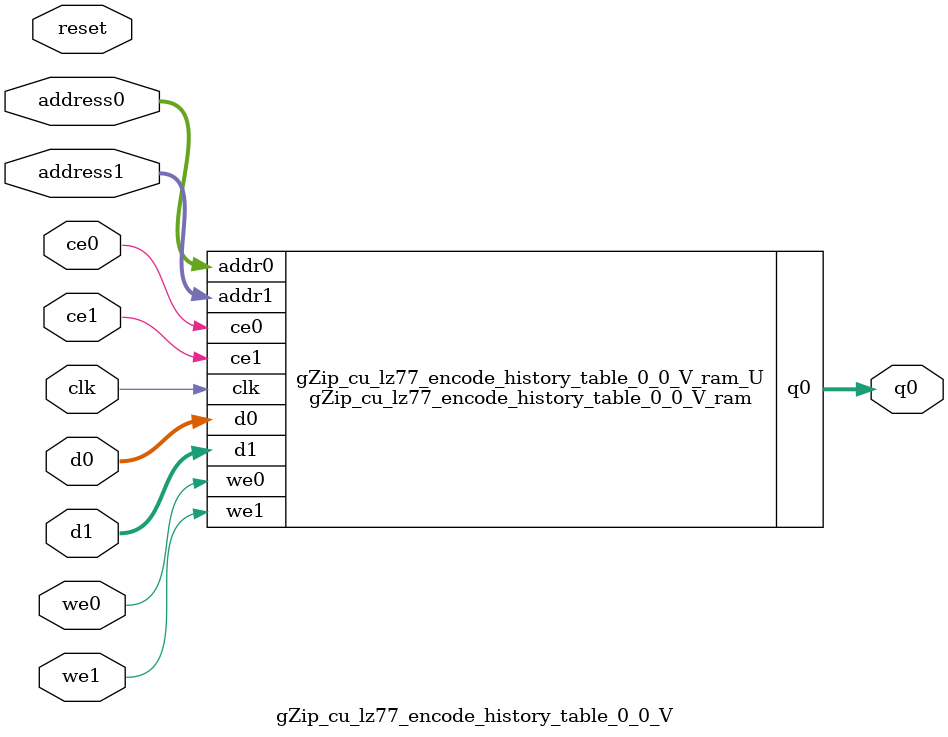
<source format=v>
`timescale 1 ns / 1 ps
module gZip_cu_lz77_encode_history_table_0_0_V_ram (addr0, ce0, d0, we0, q0, addr1, ce1, d1, we1,  clk);

parameter DWIDTH = 96;
parameter AWIDTH = 10;
parameter MEM_SIZE = 1024;

input[AWIDTH-1:0] addr0;
input ce0;
input[DWIDTH-1:0] d0;
input we0;
output reg[DWIDTH-1:0] q0;
input[AWIDTH-1:0] addr1;
input ce1;
input[DWIDTH-1:0] d1;
input we1;
input clk;

(* ram_style = "block" *)reg [DWIDTH-1:0] ram[0:MEM_SIZE-1];




always @(posedge clk)  
begin 
    if (ce0) 
    begin
        if (we0) 
        begin 
            ram[addr0] <= d0; 
        end 
        q0 <= ram[addr0];
    end
end


always @(posedge clk)  
begin 
    if (ce1) 
    begin
        if (we1) 
        begin 
            ram[addr1] <= d1; 
        end 
    end
end


endmodule

`timescale 1 ns / 1 ps
module gZip_cu_lz77_encode_history_table_0_0_V(
    reset,
    clk,
    address0,
    ce0,
    we0,
    d0,
    q0,
    address1,
    ce1,
    we1,
    d1);

parameter DataWidth = 32'd96;
parameter AddressRange = 32'd1024;
parameter AddressWidth = 32'd10;
input reset;
input clk;
input[AddressWidth - 1:0] address0;
input ce0;
input we0;
input[DataWidth - 1:0] d0;
output[DataWidth - 1:0] q0;
input[AddressWidth - 1:0] address1;
input ce1;
input we1;
input[DataWidth - 1:0] d1;



gZip_cu_lz77_encode_history_table_0_0_V_ram gZip_cu_lz77_encode_history_table_0_0_V_ram_U(
    .clk( clk ),
    .addr0( address0 ),
    .ce0( ce0 ),
    .we0( we0 ),
    .d0( d0 ),
    .q0( q0 ),
    .addr1( address1 ),
    .ce1( ce1 ),
    .we1( we1 ),
    .d1( d1 ));

endmodule


</source>
